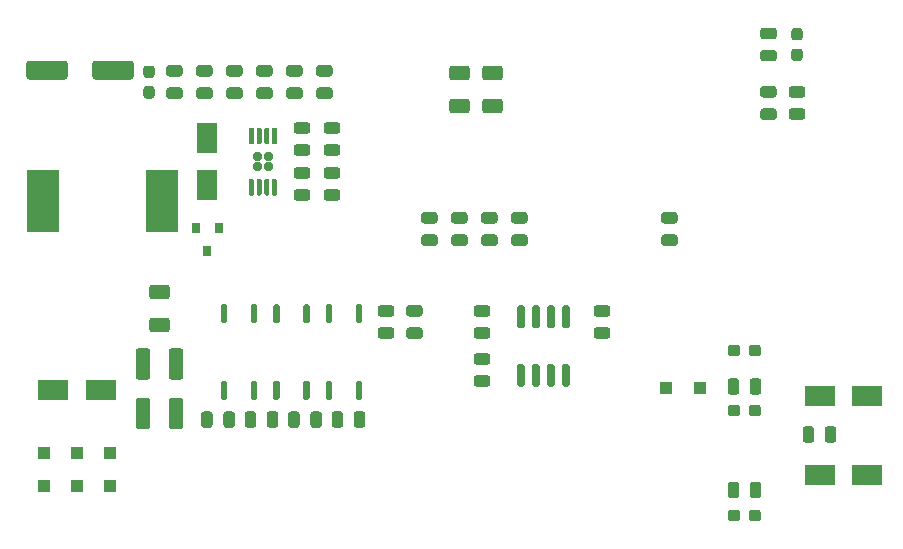
<source format=gbr>
%TF.GenerationSoftware,KiCad,Pcbnew,(5.1.6-0)*%
%TF.CreationDate,2021-08-25T01:08:22-07:00*%
%TF.ProjectId,mate-net-monitor,6d617465-2d6e-4657-942d-6d6f6e69746f,P1*%
%TF.SameCoordinates,PX6b4f310PY74ffa90*%
%TF.FileFunction,Paste,Top*%
%TF.FilePolarity,Positive*%
%FSLAX46Y46*%
G04 Gerber Fmt 4.6, Leading zero omitted, Abs format (unit mm)*
G04 Created by KiCad (PCBNEW (5.1.6-0)) date 2021-08-25 01:08:22*
%MOMM*%
%LPD*%
G01*
G04 APERTURE LIST*
%ADD10R,1.100000X1.100000*%
%ADD11R,2.500000X1.800000*%
%ADD12R,1.800000X2.500000*%
%ADD13R,2.800000X5.300000*%
%ADD14R,0.800000X0.900000*%
G04 APERTURE END LIST*
%TO.C,C1*%
G36*
G01*
X9913000Y17213000D02*
X9913000Y19363000D01*
G75*
G02*
X10163000Y19613000I250000J0D01*
G01*
X10913000Y19613000D01*
G75*
G02*
X11163000Y19363000I0J-250000D01*
G01*
X11163000Y17213000D01*
G75*
G02*
X10913000Y16963000I-250000J0D01*
G01*
X10163000Y16963000D01*
G75*
G02*
X9913000Y17213000I0J250000D01*
G01*
G37*
G36*
G01*
X12713000Y17213000D02*
X12713000Y19363000D01*
G75*
G02*
X12963000Y19613000I250000J0D01*
G01*
X13713000Y19613000D01*
G75*
G02*
X13963000Y19363000I0J-250000D01*
G01*
X13963000Y17213000D01*
G75*
G02*
X13713000Y16963000I-250000J0D01*
G01*
X12963000Y16963000D01*
G75*
G02*
X12713000Y17213000I0J250000D01*
G01*
G37*
%TD*%
%TO.C,C2*%
G36*
G01*
X12713000Y21404000D02*
X12713000Y23554000D01*
G75*
G02*
X12963000Y23804000I250000J0D01*
G01*
X13713000Y23804000D01*
G75*
G02*
X13963000Y23554000I0J-250000D01*
G01*
X13963000Y21404000D01*
G75*
G02*
X13713000Y21154000I-250000J0D01*
G01*
X12963000Y21154000D01*
G75*
G02*
X12713000Y21404000I0J250000D01*
G01*
G37*
G36*
G01*
X9913000Y21404000D02*
X9913000Y23554000D01*
G75*
G02*
X10163000Y23804000I250000J0D01*
G01*
X10913000Y23804000D01*
G75*
G02*
X11163000Y23554000I0J-250000D01*
G01*
X11163000Y21404000D01*
G75*
G02*
X10913000Y21154000I-250000J0D01*
G01*
X10163000Y21154000D01*
G75*
G02*
X9913000Y21404000I0J250000D01*
G01*
G37*
%TD*%
%TO.C,C3*%
G36*
G01*
X23546750Y37269000D02*
X24459250Y37269000D01*
G75*
G02*
X24703000Y37025250I0J-243750D01*
G01*
X24703000Y36537750D01*
G75*
G02*
X24459250Y36294000I-243750J0D01*
G01*
X23546750Y36294000D01*
G75*
G02*
X23303000Y36537750I0J243750D01*
G01*
X23303000Y37025250D01*
G75*
G02*
X23546750Y37269000I243750J0D01*
G01*
G37*
G36*
G01*
X23546750Y39144000D02*
X24459250Y39144000D01*
G75*
G02*
X24703000Y38900250I0J-243750D01*
G01*
X24703000Y38412750D01*
G75*
G02*
X24459250Y38169000I-243750J0D01*
G01*
X23546750Y38169000D01*
G75*
G02*
X23303000Y38412750I0J243750D01*
G01*
X23303000Y38900250D01*
G75*
G02*
X23546750Y39144000I243750J0D01*
G01*
G37*
%TD*%
%TO.C,C4*%
G36*
G01*
X24459250Y40104000D02*
X23546750Y40104000D01*
G75*
G02*
X23303000Y40347750I0J243750D01*
G01*
X23303000Y40835250D01*
G75*
G02*
X23546750Y41079000I243750J0D01*
G01*
X24459250Y41079000D01*
G75*
G02*
X24703000Y40835250I0J-243750D01*
G01*
X24703000Y40347750D01*
G75*
G02*
X24459250Y40104000I-243750J0D01*
G01*
G37*
G36*
G01*
X24459250Y41979000D02*
X23546750Y41979000D01*
G75*
G02*
X23303000Y42222750I0J243750D01*
G01*
X23303000Y42710250D01*
G75*
G02*
X23546750Y42954000I243750J0D01*
G01*
X24459250Y42954000D01*
G75*
G02*
X24703000Y42710250I0J-243750D01*
G01*
X24703000Y42222750D01*
G75*
G02*
X24459250Y41979000I-243750J0D01*
G01*
G37*
%TD*%
%TO.C,C5*%
G36*
G01*
X20371750Y47780000D02*
X21284250Y47780000D01*
G75*
G02*
X21528000Y47536250I0J-243750D01*
G01*
X21528000Y47048750D01*
G75*
G02*
X21284250Y46805000I-243750J0D01*
G01*
X20371750Y46805000D01*
G75*
G02*
X20128000Y47048750I0J243750D01*
G01*
X20128000Y47536250D01*
G75*
G02*
X20371750Y47780000I243750J0D01*
G01*
G37*
G36*
G01*
X20371750Y45905000D02*
X21284250Y45905000D01*
G75*
G02*
X21528000Y45661250I0J-243750D01*
G01*
X21528000Y45173750D01*
G75*
G02*
X21284250Y44930000I-243750J0D01*
G01*
X20371750Y44930000D01*
G75*
G02*
X20128000Y45173750I0J243750D01*
G01*
X20128000Y45661250D01*
G75*
G02*
X20371750Y45905000I243750J0D01*
G01*
G37*
%TD*%
%TO.C,C6*%
G36*
G01*
X16204250Y46805000D02*
X15291750Y46805000D01*
G75*
G02*
X15048000Y47048750I0J243750D01*
G01*
X15048000Y47536250D01*
G75*
G02*
X15291750Y47780000I243750J0D01*
G01*
X16204250Y47780000D01*
G75*
G02*
X16448000Y47536250I0J-243750D01*
G01*
X16448000Y47048750D01*
G75*
G02*
X16204250Y46805000I-243750J0D01*
G01*
G37*
G36*
G01*
X16204250Y44930000D02*
X15291750Y44930000D01*
G75*
G02*
X15048000Y45173750I0J243750D01*
G01*
X15048000Y45661250D01*
G75*
G02*
X15291750Y45905000I243750J0D01*
G01*
X16204250Y45905000D01*
G75*
G02*
X16448000Y45661250I0J-243750D01*
G01*
X16448000Y45173750D01*
G75*
G02*
X16204250Y44930000I-243750J0D01*
G01*
G37*
%TD*%
%TO.C,C7*%
G36*
G01*
X39507000Y44945000D02*
X40757000Y44945000D01*
G75*
G02*
X41007000Y44695000I0J-250000D01*
G01*
X41007000Y43945000D01*
G75*
G02*
X40757000Y43695000I-250000J0D01*
G01*
X39507000Y43695000D01*
G75*
G02*
X39257000Y43945000I0J250000D01*
G01*
X39257000Y44695000D01*
G75*
G02*
X39507000Y44945000I250000J0D01*
G01*
G37*
G36*
G01*
X39507000Y47745000D02*
X40757000Y47745000D01*
G75*
G02*
X41007000Y47495000I0J-250000D01*
G01*
X41007000Y46745000D01*
G75*
G02*
X40757000Y46495000I-250000J0D01*
G01*
X39507000Y46495000D01*
G75*
G02*
X39257000Y46745000I0J250000D01*
G01*
X39257000Y47495000D01*
G75*
G02*
X39507000Y47745000I250000J0D01*
G01*
G37*
%TD*%
%TO.C,C8*%
G36*
G01*
X36713000Y47745000D02*
X37963000Y47745000D01*
G75*
G02*
X38213000Y47495000I0J-250000D01*
G01*
X38213000Y46745000D01*
G75*
G02*
X37963000Y46495000I-250000J0D01*
G01*
X36713000Y46495000D01*
G75*
G02*
X36463000Y46745000I0J250000D01*
G01*
X36463000Y47495000D01*
G75*
G02*
X36713000Y47745000I250000J0D01*
G01*
G37*
G36*
G01*
X36713000Y44945000D02*
X37963000Y44945000D01*
G75*
G02*
X38213000Y44695000I0J-250000D01*
G01*
X38213000Y43945000D01*
G75*
G02*
X37963000Y43695000I-250000J0D01*
G01*
X36713000Y43695000D01*
G75*
G02*
X36463000Y43945000I0J250000D01*
G01*
X36463000Y44695000D01*
G75*
G02*
X36713000Y44945000I250000J0D01*
G01*
G37*
%TD*%
D10*
%TO.C,D1*%
X2159000Y12189000D03*
X2159000Y14989000D03*
%TD*%
%TO.C,D2*%
X4953000Y14989000D03*
X4953000Y12189000D03*
%TD*%
%TO.C,D3*%
X7747000Y12189000D03*
X7747000Y14989000D03*
%TD*%
D11*
%TO.C,D4*%
X6953000Y20320000D03*
X2953000Y20320000D03*
%TD*%
D12*
%TO.C,D5*%
X16002000Y37624000D03*
X16002000Y41624000D03*
%TD*%
%TO.C,D6*%
G36*
G01*
X10811500Y47755000D02*
X11286500Y47755000D01*
G75*
G02*
X11524000Y47517500I0J-237500D01*
G01*
X11524000Y46942500D01*
G75*
G02*
X11286500Y46705000I-237500J0D01*
G01*
X10811500Y46705000D01*
G75*
G02*
X10574000Y46942500I0J237500D01*
G01*
X10574000Y47517500D01*
G75*
G02*
X10811500Y47755000I237500J0D01*
G01*
G37*
G36*
G01*
X10811500Y46005000D02*
X11286500Y46005000D01*
G75*
G02*
X11524000Y45767500I0J-237500D01*
G01*
X11524000Y45192500D01*
G75*
G02*
X11286500Y44955000I-237500J0D01*
G01*
X10811500Y44955000D01*
G75*
G02*
X10574000Y45192500I0J237500D01*
G01*
X10574000Y45767500D01*
G75*
G02*
X10811500Y46005000I237500J0D01*
G01*
G37*
%TD*%
%TO.C,D7*%
G36*
G01*
X66150500Y49880000D02*
X65675500Y49880000D01*
G75*
G02*
X65438000Y50117500I0J237500D01*
G01*
X65438000Y50692500D01*
G75*
G02*
X65675500Y50930000I237500J0D01*
G01*
X66150500Y50930000D01*
G75*
G02*
X66388000Y50692500I0J-237500D01*
G01*
X66388000Y50117500D01*
G75*
G02*
X66150500Y49880000I-237500J0D01*
G01*
G37*
G36*
G01*
X66150500Y48130000D02*
X65675500Y48130000D01*
G75*
G02*
X65438000Y48367500I0J237500D01*
G01*
X65438000Y48942500D01*
G75*
G02*
X65675500Y49180000I237500J0D01*
G01*
X66150500Y49180000D01*
G75*
G02*
X66388000Y48942500I0J-237500D01*
G01*
X66388000Y48367500D01*
G75*
G02*
X66150500Y48130000I-237500J0D01*
G01*
G37*
%TD*%
%TO.C,D8*%
G36*
G01*
X60068000Y23384500D02*
X60068000Y23859500D01*
G75*
G02*
X60305500Y24097000I237500J0D01*
G01*
X60880500Y24097000D01*
G75*
G02*
X61118000Y23859500I0J-237500D01*
G01*
X61118000Y23384500D01*
G75*
G02*
X60880500Y23147000I-237500J0D01*
G01*
X60305500Y23147000D01*
G75*
G02*
X60068000Y23384500I0J237500D01*
G01*
G37*
G36*
G01*
X61818000Y23384500D02*
X61818000Y23859500D01*
G75*
G02*
X62055500Y24097000I237500J0D01*
G01*
X62630500Y24097000D01*
G75*
G02*
X62868000Y23859500I0J-237500D01*
G01*
X62868000Y23384500D01*
G75*
G02*
X62630500Y23147000I-237500J0D01*
G01*
X62055500Y23147000D01*
G75*
G02*
X61818000Y23384500I0J237500D01*
G01*
G37*
%TD*%
%TO.C,D9*%
G36*
G01*
X60068000Y9414500D02*
X60068000Y9889500D01*
G75*
G02*
X60305500Y10127000I237500J0D01*
G01*
X60880500Y10127000D01*
G75*
G02*
X61118000Y9889500I0J-237500D01*
G01*
X61118000Y9414500D01*
G75*
G02*
X60880500Y9177000I-237500J0D01*
G01*
X60305500Y9177000D01*
G75*
G02*
X60068000Y9414500I0J237500D01*
G01*
G37*
G36*
G01*
X61818000Y9414500D02*
X61818000Y9889500D01*
G75*
G02*
X62055500Y10127000I237500J0D01*
G01*
X62630500Y10127000D01*
G75*
G02*
X62868000Y9889500I0J-237500D01*
G01*
X62868000Y9414500D01*
G75*
G02*
X62630500Y9177000I-237500J0D01*
G01*
X62055500Y9177000D01*
G75*
G02*
X61818000Y9414500I0J237500D01*
G01*
G37*
%TD*%
%TO.C,D10*%
G36*
G01*
X61818000Y18304500D02*
X61818000Y18779500D01*
G75*
G02*
X62055500Y19017000I237500J0D01*
G01*
X62630500Y19017000D01*
G75*
G02*
X62868000Y18779500I0J-237500D01*
G01*
X62868000Y18304500D01*
G75*
G02*
X62630500Y18067000I-237500J0D01*
G01*
X62055500Y18067000D01*
G75*
G02*
X61818000Y18304500I0J237500D01*
G01*
G37*
G36*
G01*
X60068000Y18304500D02*
X60068000Y18779500D01*
G75*
G02*
X60305500Y19017000I237500J0D01*
G01*
X60880500Y19017000D01*
G75*
G02*
X61118000Y18779500I0J-237500D01*
G01*
X61118000Y18304500D01*
G75*
G02*
X60880500Y18067000I-237500J0D01*
G01*
X60305500Y18067000D01*
G75*
G02*
X60068000Y18304500I0J237500D01*
G01*
G37*
%TD*%
D10*
%TO.C,D11*%
X57661000Y20447000D03*
X54861000Y20447000D03*
%TD*%
D11*
%TO.C,D12*%
X71850000Y13081000D03*
X67850000Y13081000D03*
%TD*%
%TO.C,D13*%
X71850000Y19812000D03*
X67850000Y19812000D03*
%TD*%
D13*
%TO.C,L1*%
X2062000Y36322000D03*
X12162000Y36322000D03*
%TD*%
D14*
%TO.C,Q1*%
X16952000Y34020000D03*
X15052000Y34020000D03*
X16002000Y32020000D03*
%TD*%
%TO.C,R1*%
G36*
G01*
X21999000Y18236250D02*
X21999000Y17323750D01*
G75*
G02*
X21755250Y17080000I-243750J0D01*
G01*
X21267750Y17080000D01*
G75*
G02*
X21024000Y17323750I0J243750D01*
G01*
X21024000Y18236250D01*
G75*
G02*
X21267750Y18480000I243750J0D01*
G01*
X21755250Y18480000D01*
G75*
G02*
X21999000Y18236250I0J-243750D01*
G01*
G37*
G36*
G01*
X20124000Y18236250D02*
X20124000Y17323750D01*
G75*
G02*
X19880250Y17080000I-243750J0D01*
G01*
X19392750Y17080000D01*
G75*
G02*
X19149000Y17323750I0J243750D01*
G01*
X19149000Y18236250D01*
G75*
G02*
X19392750Y18480000I243750J0D01*
G01*
X19880250Y18480000D01*
G75*
G02*
X20124000Y18236250I0J-243750D01*
G01*
G37*
%TD*%
%TO.C,R2*%
G36*
G01*
X27490000Y18236250D02*
X27490000Y17323750D01*
G75*
G02*
X27246250Y17080000I-243750J0D01*
G01*
X26758750Y17080000D01*
G75*
G02*
X26515000Y17323750I0J243750D01*
G01*
X26515000Y18236250D01*
G75*
G02*
X26758750Y18480000I243750J0D01*
G01*
X27246250Y18480000D01*
G75*
G02*
X27490000Y18236250I0J-243750D01*
G01*
G37*
G36*
G01*
X29365000Y18236250D02*
X29365000Y17323750D01*
G75*
G02*
X29121250Y17080000I-243750J0D01*
G01*
X28633750Y17080000D01*
G75*
G02*
X28390000Y17323750I0J243750D01*
G01*
X28390000Y18236250D01*
G75*
G02*
X28633750Y18480000I243750J0D01*
G01*
X29121250Y18480000D01*
G75*
G02*
X29365000Y18236250I0J-243750D01*
G01*
G37*
%TD*%
%TO.C,R3*%
G36*
G01*
X26086750Y37269000D02*
X26999250Y37269000D01*
G75*
G02*
X27243000Y37025250I0J-243750D01*
G01*
X27243000Y36537750D01*
G75*
G02*
X26999250Y36294000I-243750J0D01*
G01*
X26086750Y36294000D01*
G75*
G02*
X25843000Y36537750I0J243750D01*
G01*
X25843000Y37025250D01*
G75*
G02*
X26086750Y37269000I243750J0D01*
G01*
G37*
G36*
G01*
X26086750Y39144000D02*
X26999250Y39144000D01*
G75*
G02*
X27243000Y38900250I0J-243750D01*
G01*
X27243000Y38412750D01*
G75*
G02*
X26999250Y38169000I-243750J0D01*
G01*
X26086750Y38169000D01*
G75*
G02*
X25843000Y38412750I0J243750D01*
G01*
X25843000Y38900250D01*
G75*
G02*
X26086750Y39144000I243750J0D01*
G01*
G37*
%TD*%
%TO.C,R4*%
G36*
G01*
X41961750Y35334000D02*
X42874250Y35334000D01*
G75*
G02*
X43118000Y35090250I0J-243750D01*
G01*
X43118000Y34602750D01*
G75*
G02*
X42874250Y34359000I-243750J0D01*
G01*
X41961750Y34359000D01*
G75*
G02*
X41718000Y34602750I0J243750D01*
G01*
X41718000Y35090250D01*
G75*
G02*
X41961750Y35334000I243750J0D01*
G01*
G37*
G36*
G01*
X41961750Y33459000D02*
X42874250Y33459000D01*
G75*
G02*
X43118000Y33215250I0J-243750D01*
G01*
X43118000Y32727750D01*
G75*
G02*
X42874250Y32484000I-243750J0D01*
G01*
X41961750Y32484000D01*
G75*
G02*
X41718000Y32727750I0J243750D01*
G01*
X41718000Y33215250D01*
G75*
G02*
X41961750Y33459000I243750J0D01*
G01*
G37*
%TD*%
%TO.C,R5*%
G36*
G01*
X25682000Y18236250D02*
X25682000Y17323750D01*
G75*
G02*
X25438250Y17080000I-243750J0D01*
G01*
X24950750Y17080000D01*
G75*
G02*
X24707000Y17323750I0J243750D01*
G01*
X24707000Y18236250D01*
G75*
G02*
X24950750Y18480000I243750J0D01*
G01*
X25438250Y18480000D01*
G75*
G02*
X25682000Y18236250I0J-243750D01*
G01*
G37*
G36*
G01*
X23807000Y18236250D02*
X23807000Y17323750D01*
G75*
G02*
X23563250Y17080000I-243750J0D01*
G01*
X23075750Y17080000D01*
G75*
G02*
X22832000Y17323750I0J243750D01*
G01*
X22832000Y18236250D01*
G75*
G02*
X23075750Y18480000I243750J0D01*
G01*
X23563250Y18480000D01*
G75*
G02*
X23807000Y18236250I0J-243750D01*
G01*
G37*
%TD*%
%TO.C,R6*%
G36*
G01*
X16441000Y18236250D02*
X16441000Y17323750D01*
G75*
G02*
X16197250Y17080000I-243750J0D01*
G01*
X15709750Y17080000D01*
G75*
G02*
X15466000Y17323750I0J243750D01*
G01*
X15466000Y18236250D01*
G75*
G02*
X15709750Y18480000I243750J0D01*
G01*
X16197250Y18480000D01*
G75*
G02*
X16441000Y18236250I0J-243750D01*
G01*
G37*
G36*
G01*
X18316000Y18236250D02*
X18316000Y17323750D01*
G75*
G02*
X18072250Y17080000I-243750J0D01*
G01*
X17584750Y17080000D01*
G75*
G02*
X17341000Y17323750I0J243750D01*
G01*
X17341000Y18236250D01*
G75*
G02*
X17584750Y18480000I243750J0D01*
G01*
X18072250Y18480000D01*
G75*
G02*
X18316000Y18236250I0J-243750D01*
G01*
G37*
%TD*%
%TO.C,R7*%
G36*
G01*
X39421750Y33459000D02*
X40334250Y33459000D01*
G75*
G02*
X40578000Y33215250I0J-243750D01*
G01*
X40578000Y32727750D01*
G75*
G02*
X40334250Y32484000I-243750J0D01*
G01*
X39421750Y32484000D01*
G75*
G02*
X39178000Y32727750I0J243750D01*
G01*
X39178000Y33215250D01*
G75*
G02*
X39421750Y33459000I243750J0D01*
G01*
G37*
G36*
G01*
X39421750Y35334000D02*
X40334250Y35334000D01*
G75*
G02*
X40578000Y35090250I0J-243750D01*
G01*
X40578000Y34602750D01*
G75*
G02*
X40334250Y34359000I-243750J0D01*
G01*
X39421750Y34359000D01*
G75*
G02*
X39178000Y34602750I0J243750D01*
G01*
X39178000Y35090250D01*
G75*
G02*
X39421750Y35334000I243750J0D01*
G01*
G37*
%TD*%
%TO.C,R8*%
G36*
G01*
X36881750Y33459000D02*
X37794250Y33459000D01*
G75*
G02*
X38038000Y33215250I0J-243750D01*
G01*
X38038000Y32727750D01*
G75*
G02*
X37794250Y32484000I-243750J0D01*
G01*
X36881750Y32484000D01*
G75*
G02*
X36638000Y32727750I0J243750D01*
G01*
X36638000Y33215250D01*
G75*
G02*
X36881750Y33459000I243750J0D01*
G01*
G37*
G36*
G01*
X36881750Y35334000D02*
X37794250Y35334000D01*
G75*
G02*
X38038000Y35090250I0J-243750D01*
G01*
X38038000Y34602750D01*
G75*
G02*
X37794250Y34359000I-243750J0D01*
G01*
X36881750Y34359000D01*
G75*
G02*
X36638000Y34602750I0J243750D01*
G01*
X36638000Y35090250D01*
G75*
G02*
X36881750Y35334000I243750J0D01*
G01*
G37*
%TD*%
%TO.C,R9*%
G36*
G01*
X34341750Y35334000D02*
X35254250Y35334000D01*
G75*
G02*
X35498000Y35090250I0J-243750D01*
G01*
X35498000Y34602750D01*
G75*
G02*
X35254250Y34359000I-243750J0D01*
G01*
X34341750Y34359000D01*
G75*
G02*
X34098000Y34602750I0J243750D01*
G01*
X34098000Y35090250D01*
G75*
G02*
X34341750Y35334000I243750J0D01*
G01*
G37*
G36*
G01*
X34341750Y33459000D02*
X35254250Y33459000D01*
G75*
G02*
X35498000Y33215250I0J-243750D01*
G01*
X35498000Y32727750D01*
G75*
G02*
X35254250Y32484000I-243750J0D01*
G01*
X34341750Y32484000D01*
G75*
G02*
X34098000Y32727750I0J243750D01*
G01*
X34098000Y33215250D01*
G75*
G02*
X34341750Y33459000I243750J0D01*
G01*
G37*
%TD*%
%TO.C,R10*%
G36*
G01*
X26999250Y41979000D02*
X26086750Y41979000D01*
G75*
G02*
X25843000Y42222750I0J243750D01*
G01*
X25843000Y42710250D01*
G75*
G02*
X26086750Y42954000I243750J0D01*
G01*
X26999250Y42954000D01*
G75*
G02*
X27243000Y42710250I0J-243750D01*
G01*
X27243000Y42222750D01*
G75*
G02*
X26999250Y41979000I-243750J0D01*
G01*
G37*
G36*
G01*
X26999250Y40104000D02*
X26086750Y40104000D01*
G75*
G02*
X25843000Y40347750I0J243750D01*
G01*
X25843000Y40835250D01*
G75*
G02*
X26086750Y41079000I243750J0D01*
G01*
X26999250Y41079000D01*
G75*
G02*
X27243000Y40835250I0J-243750D01*
G01*
X27243000Y40347750D01*
G75*
G02*
X26999250Y40104000I-243750J0D01*
G01*
G37*
%TD*%
%TO.C,R11*%
G36*
G01*
X31571250Y24610000D02*
X30658750Y24610000D01*
G75*
G02*
X30415000Y24853750I0J243750D01*
G01*
X30415000Y25341250D01*
G75*
G02*
X30658750Y25585000I243750J0D01*
G01*
X31571250Y25585000D01*
G75*
G02*
X31815000Y25341250I0J-243750D01*
G01*
X31815000Y24853750D01*
G75*
G02*
X31571250Y24610000I-243750J0D01*
G01*
G37*
G36*
G01*
X31571250Y26485000D02*
X30658750Y26485000D01*
G75*
G02*
X30415000Y26728750I0J243750D01*
G01*
X30415000Y27216250D01*
G75*
G02*
X30658750Y27460000I243750J0D01*
G01*
X31571250Y27460000D01*
G75*
G02*
X31815000Y27216250I0J-243750D01*
G01*
X31815000Y26728750D01*
G75*
G02*
X31571250Y26485000I-243750J0D01*
G01*
G37*
%TD*%
%TO.C,R12*%
G36*
G01*
X33984250Y26485000D02*
X33071750Y26485000D01*
G75*
G02*
X32828000Y26728750I0J243750D01*
G01*
X32828000Y27216250D01*
G75*
G02*
X33071750Y27460000I243750J0D01*
G01*
X33984250Y27460000D01*
G75*
G02*
X34228000Y27216250I0J-243750D01*
G01*
X34228000Y26728750D01*
G75*
G02*
X33984250Y26485000I-243750J0D01*
G01*
G37*
G36*
G01*
X33984250Y24610000D02*
X33071750Y24610000D01*
G75*
G02*
X32828000Y24853750I0J243750D01*
G01*
X32828000Y25341250D01*
G75*
G02*
X33071750Y25585000I243750J0D01*
G01*
X33984250Y25585000D01*
G75*
G02*
X34228000Y25341250I0J-243750D01*
G01*
X34228000Y24853750D01*
G75*
G02*
X33984250Y24610000I-243750J0D01*
G01*
G37*
%TD*%
%TO.C,R13*%
G36*
G01*
X55574250Y32484000D02*
X54661750Y32484000D01*
G75*
G02*
X54418000Y32727750I0J243750D01*
G01*
X54418000Y33215250D01*
G75*
G02*
X54661750Y33459000I243750J0D01*
G01*
X55574250Y33459000D01*
G75*
G02*
X55818000Y33215250I0J-243750D01*
G01*
X55818000Y32727750D01*
G75*
G02*
X55574250Y32484000I-243750J0D01*
G01*
G37*
G36*
G01*
X55574250Y34359000D02*
X54661750Y34359000D01*
G75*
G02*
X54418000Y34602750I0J243750D01*
G01*
X54418000Y35090250D01*
G75*
G02*
X54661750Y35334000I243750J0D01*
G01*
X55574250Y35334000D01*
G75*
G02*
X55818000Y35090250I0J-243750D01*
G01*
X55818000Y34602750D01*
G75*
G02*
X55574250Y34359000I-243750J0D01*
G01*
G37*
%TD*%
%TO.C,R14*%
G36*
G01*
X12563000Y25153000D02*
X11313000Y25153000D01*
G75*
G02*
X11063000Y25403000I0J250000D01*
G01*
X11063000Y26153000D01*
G75*
G02*
X11313000Y26403000I250000J0D01*
G01*
X12563000Y26403000D01*
G75*
G02*
X12813000Y26153000I0J-250000D01*
G01*
X12813000Y25403000D01*
G75*
G02*
X12563000Y25153000I-250000J0D01*
G01*
G37*
G36*
G01*
X12563000Y27953000D02*
X11313000Y27953000D01*
G75*
G02*
X11063000Y28203000I0J250000D01*
G01*
X11063000Y28953000D01*
G75*
G02*
X11313000Y29203000I250000J0D01*
G01*
X12563000Y29203000D01*
G75*
G02*
X12813000Y28953000I0J-250000D01*
G01*
X12813000Y28203000D01*
G75*
G02*
X12563000Y27953000I-250000J0D01*
G01*
G37*
%TD*%
%TO.C,R16*%
G36*
G01*
X18744250Y44930000D02*
X17831750Y44930000D01*
G75*
G02*
X17588000Y45173750I0J243750D01*
G01*
X17588000Y45661250D01*
G75*
G02*
X17831750Y45905000I243750J0D01*
G01*
X18744250Y45905000D01*
G75*
G02*
X18988000Y45661250I0J-243750D01*
G01*
X18988000Y45173750D01*
G75*
G02*
X18744250Y44930000I-243750J0D01*
G01*
G37*
G36*
G01*
X18744250Y46805000D02*
X17831750Y46805000D01*
G75*
G02*
X17588000Y47048750I0J243750D01*
G01*
X17588000Y47536250D01*
G75*
G02*
X17831750Y47780000I243750J0D01*
G01*
X18744250Y47780000D01*
G75*
G02*
X18988000Y47536250I0J-243750D01*
G01*
X18988000Y47048750D01*
G75*
G02*
X18744250Y46805000I-243750J0D01*
G01*
G37*
%TD*%
%TO.C,R17*%
G36*
G01*
X22911750Y45905000D02*
X23824250Y45905000D01*
G75*
G02*
X24068000Y45661250I0J-243750D01*
G01*
X24068000Y45173750D01*
G75*
G02*
X23824250Y44930000I-243750J0D01*
G01*
X22911750Y44930000D01*
G75*
G02*
X22668000Y45173750I0J243750D01*
G01*
X22668000Y45661250D01*
G75*
G02*
X22911750Y45905000I243750J0D01*
G01*
G37*
G36*
G01*
X22911750Y47780000D02*
X23824250Y47780000D01*
G75*
G02*
X24068000Y47536250I0J-243750D01*
G01*
X24068000Y47048750D01*
G75*
G02*
X23824250Y46805000I-243750J0D01*
G01*
X22911750Y46805000D01*
G75*
G02*
X22668000Y47048750I0J243750D01*
G01*
X22668000Y47536250D01*
G75*
G02*
X22911750Y47780000I243750J0D01*
G01*
G37*
%TD*%
%TO.C,R18*%
G36*
G01*
X26364250Y44930000D02*
X25451750Y44930000D01*
G75*
G02*
X25208000Y45173750I0J243750D01*
G01*
X25208000Y45661250D01*
G75*
G02*
X25451750Y45905000I243750J0D01*
G01*
X26364250Y45905000D01*
G75*
G02*
X26608000Y45661250I0J-243750D01*
G01*
X26608000Y45173750D01*
G75*
G02*
X26364250Y44930000I-243750J0D01*
G01*
G37*
G36*
G01*
X26364250Y46805000D02*
X25451750Y46805000D01*
G75*
G02*
X25208000Y47048750I0J243750D01*
G01*
X25208000Y47536250D01*
G75*
G02*
X25451750Y47780000I243750J0D01*
G01*
X26364250Y47780000D01*
G75*
G02*
X26608000Y47536250I0J-243750D01*
G01*
X26608000Y47048750D01*
G75*
G02*
X26364250Y46805000I-243750J0D01*
G01*
G37*
%TD*%
%TO.C,R19*%
G36*
G01*
X12751750Y45905000D02*
X13664250Y45905000D01*
G75*
G02*
X13908000Y45661250I0J-243750D01*
G01*
X13908000Y45173750D01*
G75*
G02*
X13664250Y44930000I-243750J0D01*
G01*
X12751750Y44930000D01*
G75*
G02*
X12508000Y45173750I0J243750D01*
G01*
X12508000Y45661250D01*
G75*
G02*
X12751750Y45905000I243750J0D01*
G01*
G37*
G36*
G01*
X12751750Y47780000D02*
X13664250Y47780000D01*
G75*
G02*
X13908000Y47536250I0J-243750D01*
G01*
X13908000Y47048750D01*
G75*
G02*
X13664250Y46805000I-243750J0D01*
G01*
X12751750Y46805000D01*
G75*
G02*
X12508000Y47048750I0J243750D01*
G01*
X12508000Y47536250D01*
G75*
G02*
X12751750Y47780000I243750J0D01*
G01*
G37*
%TD*%
%TO.C,R20*%
G36*
G01*
X63956250Y48105000D02*
X63043750Y48105000D01*
G75*
G02*
X62800000Y48348750I0J243750D01*
G01*
X62800000Y48836250D01*
G75*
G02*
X63043750Y49080000I243750J0D01*
G01*
X63956250Y49080000D01*
G75*
G02*
X64200000Y48836250I0J-243750D01*
G01*
X64200000Y48348750D01*
G75*
G02*
X63956250Y48105000I-243750J0D01*
G01*
G37*
G36*
G01*
X63956250Y49980000D02*
X63043750Y49980000D01*
G75*
G02*
X62800000Y50223750I0J243750D01*
G01*
X62800000Y50711250D01*
G75*
G02*
X63043750Y50955000I243750J0D01*
G01*
X63956250Y50955000D01*
G75*
G02*
X64200000Y50711250I0J-243750D01*
G01*
X64200000Y50223750D01*
G75*
G02*
X63956250Y49980000I-243750J0D01*
G01*
G37*
%TD*%
%TO.C,R21*%
G36*
G01*
X68268000Y16053750D02*
X68268000Y16966250D01*
G75*
G02*
X68511750Y17210000I243750J0D01*
G01*
X68999250Y17210000D01*
G75*
G02*
X69243000Y16966250I0J-243750D01*
G01*
X69243000Y16053750D01*
G75*
G02*
X68999250Y15810000I-243750J0D01*
G01*
X68511750Y15810000D01*
G75*
G02*
X68268000Y16053750I0J243750D01*
G01*
G37*
G36*
G01*
X66393000Y16053750D02*
X66393000Y16966250D01*
G75*
G02*
X66636750Y17210000I243750J0D01*
G01*
X67124250Y17210000D01*
G75*
G02*
X67368000Y16966250I0J-243750D01*
G01*
X67368000Y16053750D01*
G75*
G02*
X67124250Y15810000I-243750J0D01*
G01*
X66636750Y15810000D01*
G75*
G02*
X66393000Y16053750I0J243750D01*
G01*
G37*
%TD*%
%TO.C,R22*%
G36*
G01*
X60043000Y11354750D02*
X60043000Y12267250D01*
G75*
G02*
X60286750Y12511000I243750J0D01*
G01*
X60774250Y12511000D01*
G75*
G02*
X61018000Y12267250I0J-243750D01*
G01*
X61018000Y11354750D01*
G75*
G02*
X60774250Y11111000I-243750J0D01*
G01*
X60286750Y11111000D01*
G75*
G02*
X60043000Y11354750I0J243750D01*
G01*
G37*
G36*
G01*
X61918000Y11354750D02*
X61918000Y12267250D01*
G75*
G02*
X62161750Y12511000I243750J0D01*
G01*
X62649250Y12511000D01*
G75*
G02*
X62893000Y12267250I0J-243750D01*
G01*
X62893000Y11354750D01*
G75*
G02*
X62649250Y11111000I-243750J0D01*
G01*
X62161750Y11111000D01*
G75*
G02*
X61918000Y11354750I0J243750D01*
G01*
G37*
%TD*%
%TO.C,R23*%
G36*
G01*
X38786750Y27460000D02*
X39699250Y27460000D01*
G75*
G02*
X39943000Y27216250I0J-243750D01*
G01*
X39943000Y26728750D01*
G75*
G02*
X39699250Y26485000I-243750J0D01*
G01*
X38786750Y26485000D01*
G75*
G02*
X38543000Y26728750I0J243750D01*
G01*
X38543000Y27216250D01*
G75*
G02*
X38786750Y27460000I243750J0D01*
G01*
G37*
G36*
G01*
X38786750Y25585000D02*
X39699250Y25585000D01*
G75*
G02*
X39943000Y25341250I0J-243750D01*
G01*
X39943000Y24853750D01*
G75*
G02*
X39699250Y24610000I-243750J0D01*
G01*
X38786750Y24610000D01*
G75*
G02*
X38543000Y24853750I0J243750D01*
G01*
X38543000Y25341250D01*
G75*
G02*
X38786750Y25585000I243750J0D01*
G01*
G37*
%TD*%
%TO.C,R24*%
G36*
G01*
X61918000Y20117750D02*
X61918000Y21030250D01*
G75*
G02*
X62161750Y21274000I243750J0D01*
G01*
X62649250Y21274000D01*
G75*
G02*
X62893000Y21030250I0J-243750D01*
G01*
X62893000Y20117750D01*
G75*
G02*
X62649250Y19874000I-243750J0D01*
G01*
X62161750Y19874000D01*
G75*
G02*
X61918000Y20117750I0J243750D01*
G01*
G37*
G36*
G01*
X60043000Y20117750D02*
X60043000Y21030250D01*
G75*
G02*
X60286750Y21274000I243750J0D01*
G01*
X60774250Y21274000D01*
G75*
G02*
X61018000Y21030250I0J-243750D01*
G01*
X61018000Y20117750D01*
G75*
G02*
X60774250Y19874000I-243750J0D01*
G01*
X60286750Y19874000D01*
G75*
G02*
X60043000Y20117750I0J243750D01*
G01*
G37*
%TD*%
%TO.C,R25*%
G36*
G01*
X38786750Y23396000D02*
X39699250Y23396000D01*
G75*
G02*
X39943000Y23152250I0J-243750D01*
G01*
X39943000Y22664750D01*
G75*
G02*
X39699250Y22421000I-243750J0D01*
G01*
X38786750Y22421000D01*
G75*
G02*
X38543000Y22664750I0J243750D01*
G01*
X38543000Y23152250D01*
G75*
G02*
X38786750Y23396000I243750J0D01*
G01*
G37*
G36*
G01*
X38786750Y21521000D02*
X39699250Y21521000D01*
G75*
G02*
X39943000Y21277250I0J-243750D01*
G01*
X39943000Y20789750D01*
G75*
G02*
X39699250Y20546000I-243750J0D01*
G01*
X38786750Y20546000D01*
G75*
G02*
X38543000Y20789750I0J243750D01*
G01*
X38543000Y21277250D01*
G75*
G02*
X38786750Y21521000I243750J0D01*
G01*
G37*
%TD*%
%TO.C,R26*%
G36*
G01*
X48946750Y25585000D02*
X49859250Y25585000D01*
G75*
G02*
X50103000Y25341250I0J-243750D01*
G01*
X50103000Y24853750D01*
G75*
G02*
X49859250Y24610000I-243750J0D01*
G01*
X48946750Y24610000D01*
G75*
G02*
X48703000Y24853750I0J243750D01*
G01*
X48703000Y25341250D01*
G75*
G02*
X48946750Y25585000I243750J0D01*
G01*
G37*
G36*
G01*
X48946750Y27460000D02*
X49859250Y27460000D01*
G75*
G02*
X50103000Y27216250I0J-243750D01*
G01*
X50103000Y26728750D01*
G75*
G02*
X49859250Y26485000I-243750J0D01*
G01*
X48946750Y26485000D01*
G75*
G02*
X48703000Y26728750I0J243750D01*
G01*
X48703000Y27216250D01*
G75*
G02*
X48946750Y27460000I243750J0D01*
G01*
G37*
%TD*%
%TO.C,U1*%
G36*
G01*
X21576000Y42499000D02*
X21776000Y42499000D01*
G75*
G02*
X21876000Y42399000I0J-100000D01*
G01*
X21876000Y41174000D01*
G75*
G02*
X21776000Y41074000I-100000J0D01*
G01*
X21576000Y41074000D01*
G75*
G02*
X21476000Y41174000I0J100000D01*
G01*
X21476000Y42399000D01*
G75*
G02*
X21576000Y42499000I100000J0D01*
G01*
G37*
G36*
G01*
X20926000Y42499000D02*
X21126000Y42499000D01*
G75*
G02*
X21226000Y42399000I0J-100000D01*
G01*
X21226000Y41174000D01*
G75*
G02*
X21126000Y41074000I-100000J0D01*
G01*
X20926000Y41074000D01*
G75*
G02*
X20826000Y41174000I0J100000D01*
G01*
X20826000Y42399000D01*
G75*
G02*
X20926000Y42499000I100000J0D01*
G01*
G37*
G36*
G01*
X20276000Y42499000D02*
X20476000Y42499000D01*
G75*
G02*
X20576000Y42399000I0J-100000D01*
G01*
X20576000Y41174000D01*
G75*
G02*
X20476000Y41074000I-100000J0D01*
G01*
X20276000Y41074000D01*
G75*
G02*
X20176000Y41174000I0J100000D01*
G01*
X20176000Y42399000D01*
G75*
G02*
X20276000Y42499000I100000J0D01*
G01*
G37*
G36*
G01*
X19626000Y42499000D02*
X19826000Y42499000D01*
G75*
G02*
X19926000Y42399000I0J-100000D01*
G01*
X19926000Y41174000D01*
G75*
G02*
X19826000Y41074000I-100000J0D01*
G01*
X19626000Y41074000D01*
G75*
G02*
X19526000Y41174000I0J100000D01*
G01*
X19526000Y42399000D01*
G75*
G02*
X19626000Y42499000I100000J0D01*
G01*
G37*
G36*
G01*
X19626000Y38174000D02*
X19826000Y38174000D01*
G75*
G02*
X19926000Y38074000I0J-100000D01*
G01*
X19926000Y36849000D01*
G75*
G02*
X19826000Y36749000I-100000J0D01*
G01*
X19626000Y36749000D01*
G75*
G02*
X19526000Y36849000I0J100000D01*
G01*
X19526000Y38074000D01*
G75*
G02*
X19626000Y38174000I100000J0D01*
G01*
G37*
G36*
G01*
X20276000Y38174000D02*
X20476000Y38174000D01*
G75*
G02*
X20576000Y38074000I0J-100000D01*
G01*
X20576000Y36849000D01*
G75*
G02*
X20476000Y36749000I-100000J0D01*
G01*
X20276000Y36749000D01*
G75*
G02*
X20176000Y36849000I0J100000D01*
G01*
X20176000Y38074000D01*
G75*
G02*
X20276000Y38174000I100000J0D01*
G01*
G37*
G36*
G01*
X20926000Y38174000D02*
X21126000Y38174000D01*
G75*
G02*
X21226000Y38074000I0J-100000D01*
G01*
X21226000Y36849000D01*
G75*
G02*
X21126000Y36749000I-100000J0D01*
G01*
X20926000Y36749000D01*
G75*
G02*
X20826000Y36849000I0J100000D01*
G01*
X20826000Y38074000D01*
G75*
G02*
X20926000Y38174000I100000J0D01*
G01*
G37*
G36*
G01*
X21576000Y38174000D02*
X21776000Y38174000D01*
G75*
G02*
X21876000Y38074000I0J-100000D01*
G01*
X21876000Y36849000D01*
G75*
G02*
X21776000Y36749000I-100000J0D01*
G01*
X21576000Y36749000D01*
G75*
G02*
X21476000Y36849000I0J100000D01*
G01*
X21476000Y38074000D01*
G75*
G02*
X21576000Y38174000I100000J0D01*
G01*
G37*
G36*
G01*
X20956000Y40414000D02*
X21366000Y40414000D01*
G75*
G02*
X21546000Y40234000I0J-180000D01*
G01*
X21546000Y39874000D01*
G75*
G02*
X21366000Y39694000I-180000J0D01*
G01*
X20956000Y39694000D01*
G75*
G02*
X20776000Y39874000I0J180000D01*
G01*
X20776000Y40234000D01*
G75*
G02*
X20956000Y40414000I180000J0D01*
G01*
G37*
G36*
G01*
X20036000Y40414000D02*
X20446000Y40414000D01*
G75*
G02*
X20626000Y40234000I0J-180000D01*
G01*
X20626000Y39874000D01*
G75*
G02*
X20446000Y39694000I-180000J0D01*
G01*
X20036000Y39694000D01*
G75*
G02*
X19856000Y39874000I0J180000D01*
G01*
X19856000Y40234000D01*
G75*
G02*
X20036000Y40414000I180000J0D01*
G01*
G37*
G36*
G01*
X20956000Y39554000D02*
X21366000Y39554000D01*
G75*
G02*
X21546000Y39374000I0J-180000D01*
G01*
X21546000Y39014000D01*
G75*
G02*
X21366000Y38834000I-180000J0D01*
G01*
X20956000Y38834000D01*
G75*
G02*
X20776000Y39014000I0J180000D01*
G01*
X20776000Y39374000D01*
G75*
G02*
X20956000Y39554000I180000J0D01*
G01*
G37*
G36*
G01*
X20036000Y39554000D02*
X20446000Y39554000D01*
G75*
G02*
X20626000Y39374000I0J-180000D01*
G01*
X20626000Y39014000D01*
G75*
G02*
X20446000Y38834000I-180000J0D01*
G01*
X20036000Y38834000D01*
G75*
G02*
X19856000Y39014000I0J180000D01*
G01*
X19856000Y39374000D01*
G75*
G02*
X20036000Y39554000I180000J0D01*
G01*
G37*
%TD*%
%TO.C,U2*%
G36*
G01*
X24246500Y27545000D02*
X24521500Y27545000D01*
G75*
G02*
X24659000Y27407500I0J-137500D01*
G01*
X24659000Y26082500D01*
G75*
G02*
X24521500Y25945000I-137500J0D01*
G01*
X24246500Y25945000D01*
G75*
G02*
X24109000Y26082500I0J137500D01*
G01*
X24109000Y27407500D01*
G75*
G02*
X24246500Y27545000I137500J0D01*
G01*
G37*
G36*
G01*
X21706500Y27545000D02*
X21981500Y27545000D01*
G75*
G02*
X22119000Y27407500I0J-137500D01*
G01*
X22119000Y26082500D01*
G75*
G02*
X21981500Y25945000I-137500J0D01*
G01*
X21706500Y25945000D01*
G75*
G02*
X21569000Y26082500I0J137500D01*
G01*
X21569000Y27407500D01*
G75*
G02*
X21706500Y27545000I137500J0D01*
G01*
G37*
G36*
G01*
X21706500Y21045000D02*
X21981500Y21045000D01*
G75*
G02*
X22119000Y20907500I0J-137500D01*
G01*
X22119000Y19582500D01*
G75*
G02*
X21981500Y19445000I-137500J0D01*
G01*
X21706500Y19445000D01*
G75*
G02*
X21569000Y19582500I0J137500D01*
G01*
X21569000Y20907500D01*
G75*
G02*
X21706500Y21045000I137500J0D01*
G01*
G37*
G36*
G01*
X24246500Y21045000D02*
X24521500Y21045000D01*
G75*
G02*
X24659000Y20907500I0J-137500D01*
G01*
X24659000Y19582500D01*
G75*
G02*
X24521500Y19445000I-137500J0D01*
G01*
X24246500Y19445000D01*
G75*
G02*
X24109000Y19582500I0J137500D01*
G01*
X24109000Y20907500D01*
G75*
G02*
X24246500Y21045000I137500J0D01*
G01*
G37*
%TD*%
%TO.C,U3*%
G36*
G01*
X28691500Y27545000D02*
X28966500Y27545000D01*
G75*
G02*
X29104000Y27407500I0J-137500D01*
G01*
X29104000Y26082500D01*
G75*
G02*
X28966500Y25945000I-137500J0D01*
G01*
X28691500Y25945000D01*
G75*
G02*
X28554000Y26082500I0J137500D01*
G01*
X28554000Y27407500D01*
G75*
G02*
X28691500Y27545000I137500J0D01*
G01*
G37*
G36*
G01*
X26151500Y27545000D02*
X26426500Y27545000D01*
G75*
G02*
X26564000Y27407500I0J-137500D01*
G01*
X26564000Y26082500D01*
G75*
G02*
X26426500Y25945000I-137500J0D01*
G01*
X26151500Y25945000D01*
G75*
G02*
X26014000Y26082500I0J137500D01*
G01*
X26014000Y27407500D01*
G75*
G02*
X26151500Y27545000I137500J0D01*
G01*
G37*
G36*
G01*
X26151500Y21045000D02*
X26426500Y21045000D01*
G75*
G02*
X26564000Y20907500I0J-137500D01*
G01*
X26564000Y19582500D01*
G75*
G02*
X26426500Y19445000I-137500J0D01*
G01*
X26151500Y19445000D01*
G75*
G02*
X26014000Y19582500I0J137500D01*
G01*
X26014000Y20907500D01*
G75*
G02*
X26151500Y21045000I137500J0D01*
G01*
G37*
G36*
G01*
X28691500Y21045000D02*
X28966500Y21045000D01*
G75*
G02*
X29104000Y20907500I0J-137500D01*
G01*
X29104000Y19582500D01*
G75*
G02*
X28966500Y19445000I-137500J0D01*
G01*
X28691500Y19445000D01*
G75*
G02*
X28554000Y19582500I0J137500D01*
G01*
X28554000Y20907500D01*
G75*
G02*
X28691500Y21045000I137500J0D01*
G01*
G37*
%TD*%
%TO.C,U4*%
G36*
G01*
X17536500Y25945000D02*
X17261500Y25945000D01*
G75*
G02*
X17124000Y26082500I0J137500D01*
G01*
X17124000Y27407500D01*
G75*
G02*
X17261500Y27545000I137500J0D01*
G01*
X17536500Y27545000D01*
G75*
G02*
X17674000Y27407500I0J-137500D01*
G01*
X17674000Y26082500D01*
G75*
G02*
X17536500Y25945000I-137500J0D01*
G01*
G37*
G36*
G01*
X20076500Y25945000D02*
X19801500Y25945000D01*
G75*
G02*
X19664000Y26082500I0J137500D01*
G01*
X19664000Y27407500D01*
G75*
G02*
X19801500Y27545000I137500J0D01*
G01*
X20076500Y27545000D01*
G75*
G02*
X20214000Y27407500I0J-137500D01*
G01*
X20214000Y26082500D01*
G75*
G02*
X20076500Y25945000I-137500J0D01*
G01*
G37*
G36*
G01*
X20076500Y19445000D02*
X19801500Y19445000D01*
G75*
G02*
X19664000Y19582500I0J137500D01*
G01*
X19664000Y20907500D01*
G75*
G02*
X19801500Y21045000I137500J0D01*
G01*
X20076500Y21045000D01*
G75*
G02*
X20214000Y20907500I0J-137500D01*
G01*
X20214000Y19582500D01*
G75*
G02*
X20076500Y19445000I-137500J0D01*
G01*
G37*
G36*
G01*
X17536500Y19445000D02*
X17261500Y19445000D01*
G75*
G02*
X17124000Y19582500I0J137500D01*
G01*
X17124000Y20907500D01*
G75*
G02*
X17261500Y21045000I137500J0D01*
G01*
X17536500Y21045000D01*
G75*
G02*
X17674000Y20907500I0J-137500D01*
G01*
X17674000Y19582500D01*
G75*
G02*
X17536500Y19445000I-137500J0D01*
G01*
G37*
%TD*%
%TO.C,U5*%
G36*
G01*
X46205000Y27453000D02*
X46505000Y27453000D01*
G75*
G02*
X46655000Y27303000I0J-150000D01*
G01*
X46655000Y25653000D01*
G75*
G02*
X46505000Y25503000I-150000J0D01*
G01*
X46205000Y25503000D01*
G75*
G02*
X46055000Y25653000I0J150000D01*
G01*
X46055000Y27303000D01*
G75*
G02*
X46205000Y27453000I150000J0D01*
G01*
G37*
G36*
G01*
X44935000Y27453000D02*
X45235000Y27453000D01*
G75*
G02*
X45385000Y27303000I0J-150000D01*
G01*
X45385000Y25653000D01*
G75*
G02*
X45235000Y25503000I-150000J0D01*
G01*
X44935000Y25503000D01*
G75*
G02*
X44785000Y25653000I0J150000D01*
G01*
X44785000Y27303000D01*
G75*
G02*
X44935000Y27453000I150000J0D01*
G01*
G37*
G36*
G01*
X43665000Y27453000D02*
X43965000Y27453000D01*
G75*
G02*
X44115000Y27303000I0J-150000D01*
G01*
X44115000Y25653000D01*
G75*
G02*
X43965000Y25503000I-150000J0D01*
G01*
X43665000Y25503000D01*
G75*
G02*
X43515000Y25653000I0J150000D01*
G01*
X43515000Y27303000D01*
G75*
G02*
X43665000Y27453000I150000J0D01*
G01*
G37*
G36*
G01*
X42395000Y27453000D02*
X42695000Y27453000D01*
G75*
G02*
X42845000Y27303000I0J-150000D01*
G01*
X42845000Y25653000D01*
G75*
G02*
X42695000Y25503000I-150000J0D01*
G01*
X42395000Y25503000D01*
G75*
G02*
X42245000Y25653000I0J150000D01*
G01*
X42245000Y27303000D01*
G75*
G02*
X42395000Y27453000I150000J0D01*
G01*
G37*
G36*
G01*
X42395000Y22503000D02*
X42695000Y22503000D01*
G75*
G02*
X42845000Y22353000I0J-150000D01*
G01*
X42845000Y20703000D01*
G75*
G02*
X42695000Y20553000I-150000J0D01*
G01*
X42395000Y20553000D01*
G75*
G02*
X42245000Y20703000I0J150000D01*
G01*
X42245000Y22353000D01*
G75*
G02*
X42395000Y22503000I150000J0D01*
G01*
G37*
G36*
G01*
X43665000Y22503000D02*
X43965000Y22503000D01*
G75*
G02*
X44115000Y22353000I0J-150000D01*
G01*
X44115000Y20703000D01*
G75*
G02*
X43965000Y20553000I-150000J0D01*
G01*
X43665000Y20553000D01*
G75*
G02*
X43515000Y20703000I0J150000D01*
G01*
X43515000Y22353000D01*
G75*
G02*
X43665000Y22503000I150000J0D01*
G01*
G37*
G36*
G01*
X44935000Y22503000D02*
X45235000Y22503000D01*
G75*
G02*
X45385000Y22353000I0J-150000D01*
G01*
X45385000Y20703000D01*
G75*
G02*
X45235000Y20553000I-150000J0D01*
G01*
X44935000Y20553000D01*
G75*
G02*
X44785000Y20703000I0J150000D01*
G01*
X44785000Y22353000D01*
G75*
G02*
X44935000Y22503000I150000J0D01*
G01*
G37*
G36*
G01*
X46205000Y22503000D02*
X46505000Y22503000D01*
G75*
G02*
X46655000Y22353000I0J-150000D01*
G01*
X46655000Y20703000D01*
G75*
G02*
X46505000Y20553000I-150000J0D01*
G01*
X46205000Y20553000D01*
G75*
G02*
X46055000Y20703000I0J150000D01*
G01*
X46055000Y22353000D01*
G75*
G02*
X46205000Y22503000I150000J0D01*
G01*
G37*
%TD*%
%TO.C,R27*%
G36*
G01*
X65456750Y44127000D02*
X66369250Y44127000D01*
G75*
G02*
X66613000Y43883250I0J-243750D01*
G01*
X66613000Y43395750D01*
G75*
G02*
X66369250Y43152000I-243750J0D01*
G01*
X65456750Y43152000D01*
G75*
G02*
X65213000Y43395750I0J243750D01*
G01*
X65213000Y43883250D01*
G75*
G02*
X65456750Y44127000I243750J0D01*
G01*
G37*
G36*
G01*
X65456750Y46002000D02*
X66369250Y46002000D01*
G75*
G02*
X66613000Y45758250I0J-243750D01*
G01*
X66613000Y45270750D01*
G75*
G02*
X66369250Y45027000I-243750J0D01*
G01*
X65456750Y45027000D01*
G75*
G02*
X65213000Y45270750I0J243750D01*
G01*
X65213000Y45758250D01*
G75*
G02*
X65456750Y46002000I243750J0D01*
G01*
G37*
%TD*%
%TO.C,R28*%
G36*
G01*
X63043750Y46002000D02*
X63956250Y46002000D01*
G75*
G02*
X64200000Y45758250I0J-243750D01*
G01*
X64200000Y45270750D01*
G75*
G02*
X63956250Y45027000I-243750J0D01*
G01*
X63043750Y45027000D01*
G75*
G02*
X62800000Y45270750I0J243750D01*
G01*
X62800000Y45758250D01*
G75*
G02*
X63043750Y46002000I243750J0D01*
G01*
G37*
G36*
G01*
X63043750Y44127000D02*
X63956250Y44127000D01*
G75*
G02*
X64200000Y43883250I0J-243750D01*
G01*
X64200000Y43395750D01*
G75*
G02*
X63956250Y43152000I-243750J0D01*
G01*
X63043750Y43152000D01*
G75*
G02*
X62800000Y43395750I0J243750D01*
G01*
X62800000Y43883250D01*
G75*
G02*
X63043750Y44127000I243750J0D01*
G01*
G37*
%TD*%
%TO.C,C9*%
G36*
G01*
X9757000Y47921000D02*
X9757000Y46821000D01*
G75*
G02*
X9507000Y46571000I-250000J0D01*
G01*
X6507000Y46571000D01*
G75*
G02*
X6257000Y46821000I0J250000D01*
G01*
X6257000Y47921000D01*
G75*
G02*
X6507000Y48171000I250000J0D01*
G01*
X9507000Y48171000D01*
G75*
G02*
X9757000Y47921000I0J-250000D01*
G01*
G37*
G36*
G01*
X4157000Y47921000D02*
X4157000Y46821000D01*
G75*
G02*
X3907000Y46571000I-250000J0D01*
G01*
X907000Y46571000D01*
G75*
G02*
X657000Y46821000I0J250000D01*
G01*
X657000Y47921000D01*
G75*
G02*
X907000Y48171000I250000J0D01*
G01*
X3907000Y48171000D01*
G75*
G02*
X4157000Y47921000I0J-250000D01*
G01*
G37*
%TD*%
M02*

</source>
